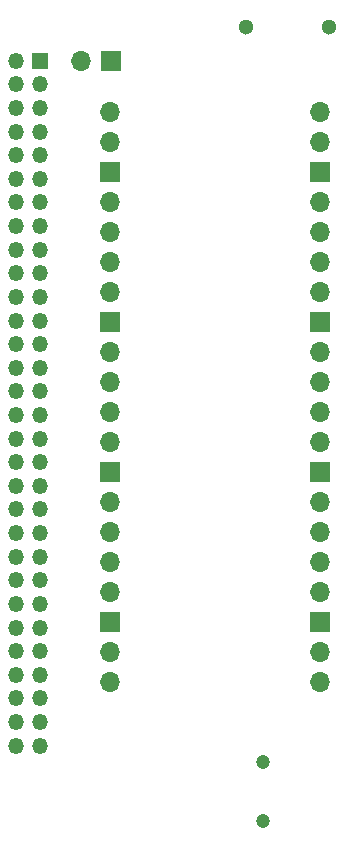
<source format=gbr>
%TF.GenerationSoftware,KiCad,Pcbnew,7.0.5-0*%
%TF.CreationDate,2023-06-15T10:43:23-05:00*%
%TF.ProjectId,PicoGUS,5069636f-4755-4532-9e6b-696361645f70,rev?*%
%TF.SameCoordinates,Original*%
%TF.FileFunction,Soldermask,Bot*%
%TF.FilePolarity,Negative*%
%FSLAX46Y46*%
G04 Gerber Fmt 4.6, Leading zero omitted, Abs format (unit mm)*
G04 Created by KiCad (PCBNEW 7.0.5-0) date 2023-06-15 10:43:23*
%MOMM*%
%LPD*%
G01*
G04 APERTURE LIST*
%ADD10R,1.700000X1.700000*%
%ADD11O,1.700000X1.700000*%
%ADD12R,1.350000X1.350000*%
%ADD13O,1.350000X1.350000*%
%ADD14C,1.300000*%
%ADD15C,1.200000*%
G04 APERTURE END LIST*
D10*
%TO.C,J6*%
X125354000Y-66040000D03*
D11*
X122814000Y-66040000D03*
%TD*%
D12*
%TO.C,J3*%
X119348000Y-66040000D03*
D13*
X117348000Y-66040000D03*
X119348000Y-68040000D03*
X117348000Y-68040000D03*
X119348000Y-70040000D03*
X117348000Y-70040000D03*
X119348000Y-72040000D03*
X117348000Y-72040000D03*
X119348000Y-74040000D03*
X117348000Y-74040000D03*
X119348000Y-76040000D03*
X117348000Y-76040000D03*
X119348000Y-78040000D03*
X117348000Y-78040000D03*
X119348000Y-80040000D03*
X117348000Y-80040000D03*
X119348000Y-82040000D03*
X117348000Y-82040000D03*
X119348000Y-84040000D03*
X117348000Y-84040000D03*
X119348000Y-86040000D03*
X117348000Y-86040000D03*
X119348000Y-88040000D03*
X117348000Y-88040000D03*
X119348000Y-90040000D03*
X117348000Y-90040000D03*
X119348000Y-92040000D03*
X117348000Y-92040000D03*
X119348000Y-94040000D03*
X117348000Y-94040000D03*
X119348000Y-96040000D03*
X117348000Y-96040000D03*
X119348000Y-98040000D03*
X117348000Y-98040000D03*
X119348000Y-100040000D03*
X117348000Y-100040000D03*
X119348000Y-102040000D03*
X117348000Y-102040000D03*
X119348000Y-104040000D03*
X117348000Y-104040000D03*
X119348000Y-106040000D03*
X117348000Y-106040000D03*
X119348000Y-108040000D03*
X117348000Y-108040000D03*
X119348000Y-110040000D03*
X117348000Y-110040000D03*
X119348000Y-112040000D03*
X117348000Y-112040000D03*
X119348000Y-114040000D03*
X117348000Y-114040000D03*
X119348000Y-116040000D03*
X117348000Y-116040000D03*
X119348000Y-118040000D03*
X117348000Y-118040000D03*
X119348000Y-120040000D03*
X117348000Y-120040000D03*
X119348000Y-122040000D03*
X117348000Y-122040000D03*
X119348000Y-124040000D03*
X117348000Y-124040000D03*
%TD*%
D14*
%TO.C,J5*%
X143832250Y-63214000D03*
X136832250Y-63214000D03*
%TD*%
D11*
%TO.C,U1*%
X125290500Y-70358000D03*
X125290500Y-72898000D03*
D10*
X125290500Y-75438000D03*
D11*
X125290500Y-77978000D03*
X125290500Y-80518000D03*
X125290500Y-83058000D03*
X125290500Y-85598000D03*
D10*
X125290500Y-88138000D03*
D11*
X125290500Y-90678000D03*
X125290500Y-93218000D03*
X125290500Y-95758000D03*
X125290500Y-98298000D03*
D10*
X125290500Y-100838000D03*
D11*
X125290500Y-103378000D03*
X125290500Y-105918000D03*
X125290500Y-108458000D03*
X125290500Y-110998000D03*
D10*
X125290500Y-113538000D03*
D11*
X125290500Y-116078000D03*
X125290500Y-118618000D03*
X143070500Y-118618000D03*
X143070500Y-116078000D03*
D10*
X143070500Y-113538000D03*
D11*
X143070500Y-110998000D03*
X143070500Y-108458000D03*
X143070500Y-105918000D03*
X143070500Y-103378000D03*
D10*
X143070500Y-100838000D03*
D11*
X143070500Y-98298000D03*
X143070500Y-95758000D03*
X143070500Y-93218000D03*
X143070500Y-90678000D03*
D10*
X143070500Y-88138000D03*
D11*
X143070500Y-85598000D03*
X143070500Y-83058000D03*
X143070500Y-80518000D03*
X143070500Y-77978000D03*
D10*
X143070500Y-75438000D03*
D11*
X143070500Y-72898000D03*
X143070500Y-70358000D03*
%TD*%
D15*
%TO.C,J1*%
X138245000Y-125389000D03*
X138245000Y-130389000D03*
%TD*%
M02*

</source>
